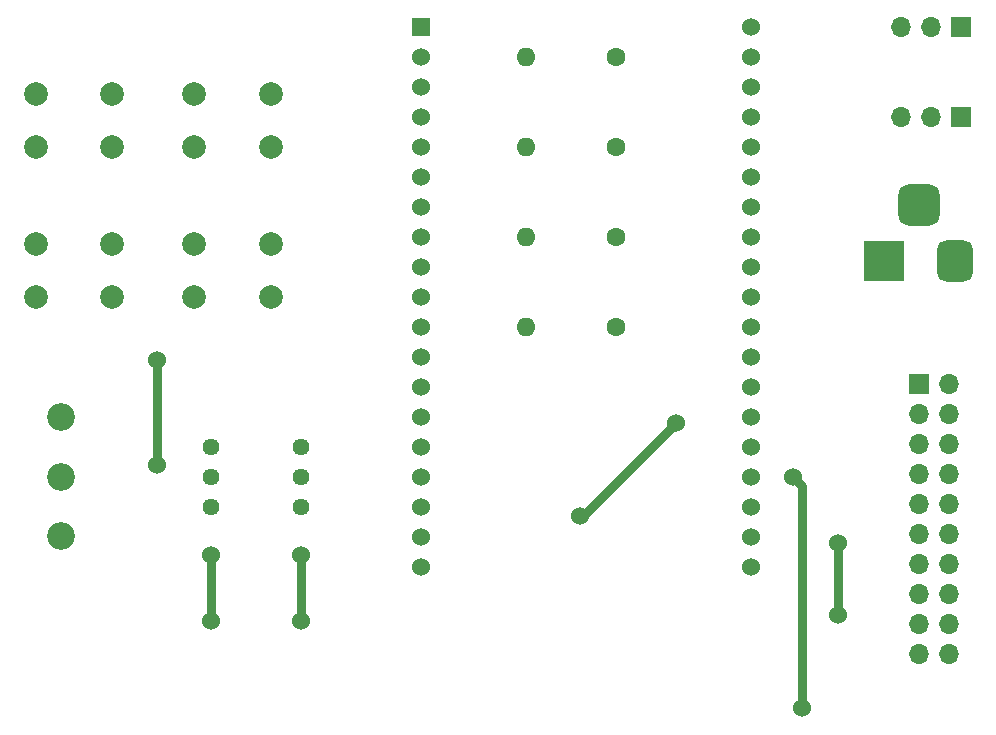
<source format=gtl>
%TF.GenerationSoftware,KiCad,Pcbnew,7.0.7*%
%TF.CreationDate,2023-09-02T13:45:52+02:00*%
%TF.ProjectId,DevelopmentBoard,44657665-6c6f-4706-9d65-6e74426f6172,v1.0*%
%TF.SameCoordinates,Original*%
%TF.FileFunction,Copper,L1,Top*%
%TF.FilePolarity,Positive*%
%FSLAX46Y46*%
G04 Gerber Fmt 4.6, Leading zero omitted, Abs format (unit mm)*
G04 Created by KiCad (PCBNEW 7.0.7) date 2023-09-02 13:45:52*
%MOMM*%
%LPD*%
G01*
G04 APERTURE LIST*
G04 Aperture macros list*
%AMRoundRect*
0 Rectangle with rounded corners*
0 $1 Rounding radius*
0 $2 $3 $4 $5 $6 $7 $8 $9 X,Y pos of 4 corners*
0 Add a 4 corners polygon primitive as box body*
4,1,4,$2,$3,$4,$5,$6,$7,$8,$9,$2,$3,0*
0 Add four circle primitives for the rounded corners*
1,1,$1+$1,$2,$3*
1,1,$1+$1,$4,$5*
1,1,$1+$1,$6,$7*
1,1,$1+$1,$8,$9*
0 Add four rect primitives between the rounded corners*
20,1,$1+$1,$2,$3,$4,$5,0*
20,1,$1+$1,$4,$5,$6,$7,0*
20,1,$1+$1,$6,$7,$8,$9,0*
20,1,$1+$1,$8,$9,$2,$3,0*%
G04 Aperture macros list end*
%TA.AperFunction,ComponentPad*%
%ADD10C,2.000000*%
%TD*%
%TA.AperFunction,ComponentPad*%
%ADD11C,1.440000*%
%TD*%
%TA.AperFunction,ComponentPad*%
%ADD12C,1.600000*%
%TD*%
%TA.AperFunction,ComponentPad*%
%ADD13O,1.600000X1.600000*%
%TD*%
%TA.AperFunction,ComponentPad*%
%ADD14R,1.700000X1.700000*%
%TD*%
%TA.AperFunction,ComponentPad*%
%ADD15O,1.700000X1.700000*%
%TD*%
%TA.AperFunction,ComponentPad*%
%ADD16R,1.524000X1.524000*%
%TD*%
%TA.AperFunction,ComponentPad*%
%ADD17C,1.524000*%
%TD*%
%TA.AperFunction,ComponentPad*%
%ADD18R,3.500000X3.500000*%
%TD*%
%TA.AperFunction,ComponentPad*%
%ADD19RoundRect,0.750000X0.750000X1.000000X-0.750000X1.000000X-0.750000X-1.000000X0.750000X-1.000000X0*%
%TD*%
%TA.AperFunction,ComponentPad*%
%ADD20RoundRect,0.875000X0.875000X0.875000X-0.875000X0.875000X-0.875000X-0.875000X0.875000X-0.875000X0*%
%TD*%
%TA.AperFunction,ComponentPad*%
%ADD21C,2.340000*%
%TD*%
%TA.AperFunction,ViaPad*%
%ADD22C,1.524000*%
%TD*%
%TA.AperFunction,Conductor*%
%ADD23C,0.762000*%
%TD*%
G04 APERTURE END LIST*
D10*
%TO.P,SW1,1,1*%
%TO.N,GND*%
X91850000Y-64080000D03*
X98350000Y-64080000D03*
%TO.P,SW1,2,2*%
%TO.N,Net-(A1-VP)*%
X91850000Y-68580000D03*
X98350000Y-68580000D03*
%TD*%
D11*
%TO.P,TrimPot2,1,1*%
%TO.N,VCC*%
X114300000Y-93980000D03*
%TO.P,TrimPot2,2,2*%
%TO.N,Net-(A1-27)*%
X114300000Y-96520000D03*
%TO.P,TrimPot2,3,3*%
%TO.N,GND*%
X114300000Y-99060000D03*
%TD*%
D12*
%TO.P,R2,1*%
%TO.N,VCC*%
X140970000Y-68580000D03*
D13*
%TO.P,R2,2*%
%TO.N,Net-(A1-VN)*%
X133350000Y-68580000D03*
%TD*%
D10*
%TO.P,SW4,1,1*%
%TO.N,GND*%
X105260000Y-76780000D03*
X111760000Y-76780000D03*
%TO.P,SW4,2,2*%
%TO.N,Net-(A1-35)*%
X105260000Y-81280000D03*
X111760000Y-81280000D03*
%TD*%
D12*
%TO.P,R3,1*%
%TO.N,VCC*%
X140970000Y-76200000D03*
D13*
%TO.P,R3,2*%
%TO.N,Net-(A1-34)*%
X133350000Y-76200000D03*
%TD*%
D11*
%TO.P,TrimPot1,1,1*%
%TO.N,VCC*%
X106680000Y-93980000D03*
%TO.P,TrimPot1,2,2*%
%TO.N,Net-(A1-26)*%
X106680000Y-96520000D03*
%TO.P,TrimPot1,3,3*%
%TO.N,GND*%
X106680000Y-99060000D03*
%TD*%
D14*
%TO.P,J2,1,Pin_1*%
%TO.N,GND*%
X170180000Y-58420000D03*
D15*
%TO.P,J2,2,Pin_2*%
%TO.N,Net-(J2-Pin_2)*%
X167640000Y-58420000D03*
%TO.P,J2,3,Pin_3*%
%TO.N,Net-(A1-19)*%
X165100000Y-58420000D03*
%TD*%
D14*
%TO.P,J3,1,Pin_1*%
%TO.N,GND*%
X170180000Y-66040000D03*
D15*
%TO.P,J3,2,Pin_2*%
%TO.N,Net-(J2-Pin_2)*%
X167640000Y-66040000D03*
%TO.P,J3,3,Pin_3*%
%TO.N,Net-(A1-18)*%
X165100000Y-66040000D03*
%TD*%
D10*
%TO.P,SW3,1,1*%
%TO.N,GND*%
X91850000Y-76780000D03*
X98350000Y-76780000D03*
%TO.P,SW3,2,2*%
%TO.N,Net-(A1-34)*%
X91850000Y-81280000D03*
X98350000Y-81280000D03*
%TD*%
D16*
%TO.P,A1,1,3V3*%
%TO.N,VCC*%
X124460000Y-58420000D03*
D17*
%TO.P,A1,2,EN*%
%TO.N,Net-(A1-EN)*%
X124460000Y-60960000D03*
%TO.P,A1,3,VP*%
%TO.N,Net-(A1-VP)*%
X124460000Y-63500000D03*
%TO.P,A1,4,VN*%
%TO.N,Net-(A1-VN)*%
X124460000Y-66040000D03*
%TO.P,A1,5,34*%
%TO.N,Net-(A1-34)*%
X124460000Y-68580000D03*
%TO.P,A1,6,35*%
%TO.N,Net-(A1-35)*%
X124460000Y-71120000D03*
%TO.P,A1,7,32*%
%TO.N,unconnected-(A1-32-Pad7)*%
X124460000Y-73660000D03*
%TO.P,A1,8,33*%
%TO.N,unconnected-(A1-33-Pad8)*%
X124460000Y-76200000D03*
%TO.P,A1,9,25*%
%TO.N,Net-(A1-25)*%
X124460000Y-78740000D03*
%TO.P,A1,10,26*%
%TO.N,Net-(A1-26)*%
X124460000Y-81280000D03*
%TO.P,A1,11,27*%
%TO.N,Net-(A1-27)*%
X124460000Y-83820000D03*
%TO.P,A1,12,14*%
%TO.N,Net-(A1-14)*%
X124460000Y-86360000D03*
%TO.P,A1,13,12*%
%TO.N,Net-(A1-12)*%
X124460000Y-88900000D03*
%TO.P,A1,14,GND*%
%TO.N,unconnected-(A1-GND-Pad14)*%
X124460000Y-91440000D03*
%TO.P,A1,15,13*%
%TO.N,Net-(A1-13)*%
X124460000Y-93980000D03*
%TO.P,A1,16,D2*%
%TO.N,unconnected-(A1-D2-Pad16)*%
X124460000Y-96520000D03*
%TO.P,A1,17,D3*%
%TO.N,unconnected-(A1-D3-Pad17)*%
X124460000Y-99060000D03*
%TO.P,A1,18,CMD*%
%TO.N,unconnected-(A1-CMD-Pad18)*%
X124460000Y-101600000D03*
%TO.P,A1,19,5V*%
%TO.N,unconnected-(A1-5V-Pad19)*%
X124460000Y-104140000D03*
%TO.P,A1,20,CLK*%
%TO.N,unconnected-(A1-CLK-Pad20)*%
X152400000Y-104140000D03*
%TO.P,A1,21,D0*%
%TO.N,unconnected-(A1-D0-Pad21)*%
X152400000Y-101600000D03*
%TO.P,A1,22,D1*%
%TO.N,unconnected-(A1-D1-Pad22)*%
X152400000Y-99060000D03*
%TO.P,A1,23,15*%
%TO.N,Net-(A1-15)*%
X152400000Y-96520000D03*
%TO.P,A1,24,2*%
%TO.N,unconnected-(A1-2-Pad24)*%
X152400000Y-93980000D03*
%TO.P,A1,25,0*%
%TO.N,unconnected-(A1-0-Pad25)*%
X152400000Y-91440000D03*
%TO.P,A1,26,4*%
%TO.N,unconnected-(A1-4-Pad26)*%
X152400000Y-88900000D03*
%TO.P,A1,27,16*%
%TO.N,unconnected-(A1-16-Pad27)*%
X152400000Y-86360000D03*
%TO.P,A1,28,17*%
%TO.N,unconnected-(A1-17-Pad28)*%
X152400000Y-83820000D03*
%TO.P,A1,29,5*%
%TO.N,unconnected-(A1-5-Pad29)*%
X152400000Y-81280000D03*
%TO.P,A1,30,18*%
%TO.N,Net-(A1-18)*%
X152400000Y-78740000D03*
%TO.P,A1,31,19*%
%TO.N,Net-(A1-19)*%
X152400000Y-76200000D03*
%TO.P,A1,32,GND*%
%TO.N,unconnected-(A1-GND-Pad32)*%
X152400000Y-73660000D03*
%TO.P,A1,33,21*%
%TO.N,unconnected-(A1-21-Pad33)*%
X152400000Y-71120000D03*
%TO.P,A1,34,RX*%
%TO.N,unconnected-(A1-RX-Pad34)*%
X152400000Y-68580000D03*
%TO.P,A1,35,TX*%
%TO.N,unconnected-(A1-TX-Pad35)*%
X152400000Y-66040000D03*
%TO.P,A1,36,22*%
%TO.N,unconnected-(A1-22-Pad36)*%
X152400000Y-63500000D03*
%TO.P,A1,37,23*%
%TO.N,unconnected-(A1-23-Pad37)*%
X152400000Y-60960000D03*
%TO.P,A1,38,GND*%
%TO.N,GND*%
X152400000Y-58420000D03*
%TD*%
D12*
%TO.P,R4,1*%
%TO.N,VCC*%
X140970000Y-83820000D03*
D13*
%TO.P,R4,2*%
%TO.N,Net-(A1-35)*%
X133350000Y-83820000D03*
%TD*%
D14*
%TO.P,J4,1,Pin_1*%
%TO.N,VCC*%
X166624000Y-88646000D03*
D15*
%TO.P,J4,2,Pin_2*%
%TO.N,unconnected-(J4-Pin_2-Pad2)*%
X169164000Y-88646000D03*
%TO.P,J4,3,Pin_3*%
%TO.N,Net-(A1-EN)*%
X166624000Y-91186000D03*
%TO.P,J4,4,Pin_4*%
%TO.N,GND*%
X169164000Y-91186000D03*
%TO.P,J4,5,Pin_5*%
%TO.N,Net-(A1-12)*%
X166624000Y-93726000D03*
%TO.P,J4,6,Pin_6*%
%TO.N,GND*%
X169164000Y-93726000D03*
%TO.P,J4,7,Pin_7*%
%TO.N,Net-(A1-14)*%
X166624000Y-96266000D03*
%TO.P,J4,8,Pin_8*%
%TO.N,GND*%
X169164000Y-96266000D03*
%TO.P,J4,9,Pin_9*%
%TO.N,Net-(A1-13)*%
X166624000Y-98806000D03*
%TO.P,J4,10,Pin_10*%
%TO.N,GND*%
X169164000Y-98806000D03*
%TO.P,J4,11,Pin_11*%
%TO.N,unconnected-(J4-Pin_11-Pad11)*%
X166624000Y-101346000D03*
%TO.P,J4,12,Pin_12*%
%TO.N,GND*%
X169164000Y-101346000D03*
%TO.P,J4,13,Pin_13*%
%TO.N,Net-(A1-15)*%
X166624000Y-103886000D03*
%TO.P,J4,14,Pin_14*%
%TO.N,GND*%
X169164000Y-103886000D03*
%TO.P,J4,15,Pin_15*%
%TO.N,unconnected-(J4-Pin_15-Pad15)*%
X166624000Y-106426000D03*
%TO.P,J4,16,Pin_16*%
%TO.N,GND*%
X169164000Y-106426000D03*
%TO.P,J4,17,Pin_17*%
%TO.N,unconnected-(J4-Pin_17-Pad17)*%
X166624000Y-108966000D03*
%TO.P,J4,18,Pin_18*%
%TO.N,GND*%
X169164000Y-108966000D03*
%TO.P,J4,19,Pin_19*%
%TO.N,unconnected-(J4-Pin_19-Pad19)*%
X166624000Y-111506000D03*
%TO.P,J4,20,Pin_20*%
%TO.N,GND*%
X169164000Y-111506000D03*
%TD*%
D10*
%TO.P,SW2,1,1*%
%TO.N,GND*%
X105260000Y-64080000D03*
X111760000Y-64080000D03*
%TO.P,SW2,2,2*%
%TO.N,Net-(A1-VN)*%
X105260000Y-68580000D03*
X111760000Y-68580000D03*
%TD*%
D18*
%TO.P,J1,1*%
%TO.N,Net-(J2-Pin_2)*%
X163672000Y-78173500D03*
D19*
%TO.P,J1,2*%
%TO.N,GND*%
X169672000Y-78173500D03*
D20*
%TO.P,J1,3*%
%TO.N,N/C*%
X166672000Y-73473500D03*
%TD*%
D21*
%TO.P,Pot1,1,1*%
%TO.N,VCC*%
X93980000Y-91440000D03*
%TO.P,Pot1,2,2*%
%TO.N,Net-(A1-25)*%
X93980000Y-96440000D03*
%TO.P,Pot1,3,3*%
%TO.N,GND*%
X93980000Y-101440000D03*
%TD*%
D12*
%TO.P,R1,1*%
%TO.N,VCC*%
X140970000Y-60960000D03*
D13*
%TO.P,R1,2*%
%TO.N,Net-(A1-VP)*%
X133350000Y-60960000D03*
%TD*%
D22*
%TO.N,VCC*%
X137922000Y-99822000D03*
X102108000Y-95504000D03*
X146050000Y-91948000D03*
X102108000Y-86614000D03*
%TO.N,Net-(A1-12)*%
X159766000Y-102108000D03*
X159766000Y-108204000D03*
%TO.N,Net-(A1-15)*%
X156718000Y-116078000D03*
X155956000Y-96520000D03*
%TO.N,GND*%
X114300000Y-103124000D03*
X106680000Y-108712000D03*
X114300000Y-108712000D03*
X106680000Y-103124000D03*
%TD*%
D23*
%TO.N,VCC*%
X138176000Y-99822000D02*
X137922000Y-99822000D01*
X146050000Y-91948000D02*
X138176000Y-99822000D01*
X102108000Y-95504000D02*
X102108000Y-86614000D01*
%TO.N,Net-(A1-12)*%
X159766000Y-102108000D02*
X159766000Y-108204000D01*
%TO.N,Net-(A1-15)*%
X155956000Y-96520000D02*
X156718000Y-97282000D01*
X156718000Y-97282000D02*
X156718000Y-116078000D01*
%TO.N,GND*%
X106680000Y-103378000D02*
X106680000Y-108712000D01*
X114300000Y-103124000D02*
X114300000Y-108712000D01*
%TD*%
M02*

</source>
